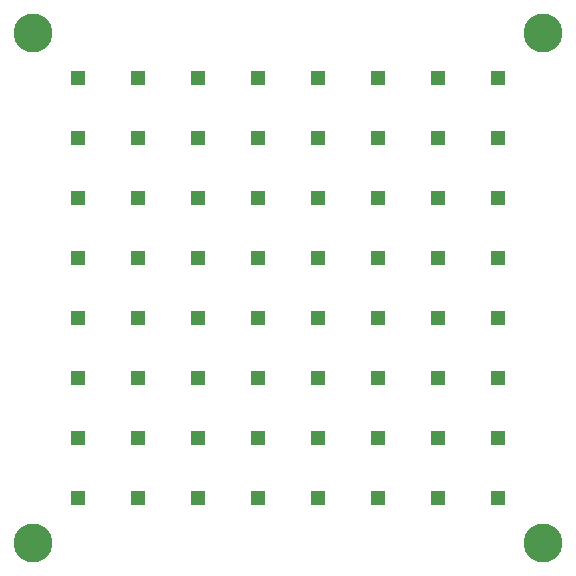
<source format=gbs>
G04 #@! TF.FileFunction,Soldermask,Bot*
%FSLAX46Y46*%
G04 Gerber Fmt 4.6, Leading zero omitted, Abs format (unit mm)*
G04 Created by KiCad (PCBNEW (2015-11-29 BZR 6336)-product) date vrijdag 15 april 2016 20:54:22*
%MOMM*%
G01*
G04 APERTURE LIST*
%ADD10C,0.100000*%
%ADD11C,3.300000*%
%ADD12R,1.270000X1.270000*%
G04 APERTURE END LIST*
D10*
D11*
X173990000Y-123190000D03*
X173990000Y-80010000D03*
X130810000Y-123190000D03*
D12*
X134620000Y-83820000D03*
X139700000Y-83820000D03*
X144780000Y-83820000D03*
X149860000Y-83820000D03*
X154940000Y-83820000D03*
X160020000Y-83820000D03*
X165100000Y-83820000D03*
X170180000Y-83820000D03*
X134620000Y-88900000D03*
X139700000Y-88900000D03*
X144780000Y-88900000D03*
X149860000Y-88900000D03*
X154940000Y-88900000D03*
X160020000Y-88900000D03*
X165100000Y-88900000D03*
X170180000Y-88900000D03*
X134620000Y-93980000D03*
X139700000Y-93980000D03*
X144780000Y-93980000D03*
X149860000Y-93980000D03*
X154940000Y-93980000D03*
X160020000Y-93980000D03*
X165100000Y-93980000D03*
X170180000Y-93980000D03*
X134620000Y-99060000D03*
X139700000Y-99060000D03*
X144780000Y-99060000D03*
X149860000Y-99060000D03*
X154940000Y-99060000D03*
X160020000Y-99060000D03*
X165100000Y-99060000D03*
X170180000Y-99060000D03*
X134620000Y-104140000D03*
X139700000Y-104140000D03*
X144780000Y-104140000D03*
X149860000Y-104140000D03*
X154940000Y-104140000D03*
X160020000Y-104140000D03*
X165100000Y-104140000D03*
X170180000Y-104140000D03*
X134620000Y-109220000D03*
X139700000Y-109220000D03*
X144780000Y-109220000D03*
X149860000Y-109220000D03*
X154940000Y-109220000D03*
X160020000Y-109220000D03*
X165100000Y-109220000D03*
X170180000Y-109220000D03*
X134620000Y-114300000D03*
X139700000Y-114300000D03*
X144780000Y-114300000D03*
X149860000Y-114300000D03*
X154940000Y-114300000D03*
X160020000Y-114300000D03*
X165100000Y-114300000D03*
X170180000Y-114300000D03*
X134620000Y-119380000D03*
X139700000Y-119380000D03*
X144780000Y-119380000D03*
X149860000Y-119380000D03*
X154940000Y-119380000D03*
X160020000Y-119380000D03*
X165100000Y-119380000D03*
X170180000Y-119380000D03*
D11*
X130810000Y-80010000D03*
M02*

</source>
